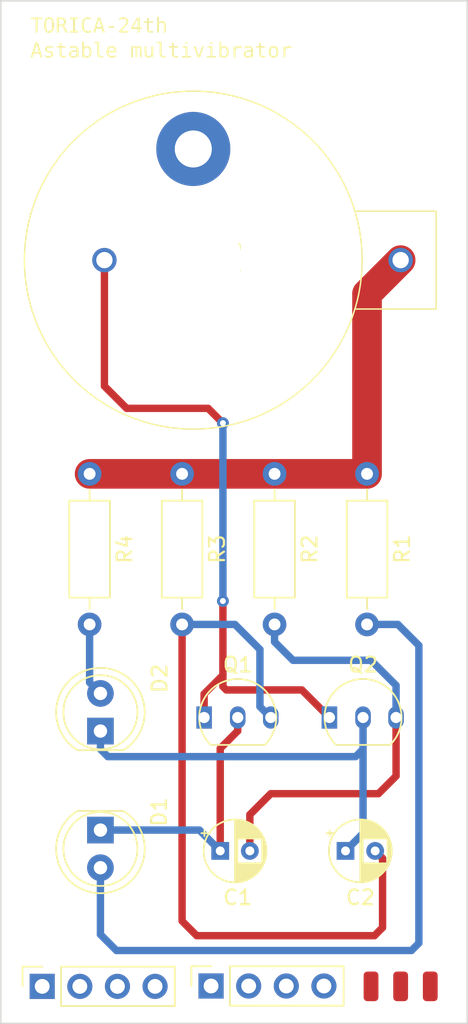
<source format=kicad_pcb>
(kicad_pcb (version 20241229) (generator "pcbnew") (generator_version "9.0")
  (layers (0 "F.Cu" signal) (2 "B.Cu" signal) (13 "F.Paste" user) (15 "B.Paste" user) (5 "F.SilkS" user "F.Silkscreen") (7 "B.SilkS" user "B.Silkscreen") (1 "F.Mask" user) (3 "B.Mask" user) (25 "Edge.Cuts" user))
  (net 0 "")
  (net 1 "+3V0")
  (net 2 "GND")
  (net 3 "Net-(D1-K)")
  (net 4 "Net-(Q1-B)")
  (net 5 "Net-(D2-K)")
  (net 6 "Net-(Q2-B)")
  (net 7 "Net-(D1-A)")
  (net 8 "Net-(D2-A)")
  (footprint "Connector_Wire:SolderWirePad_1x01_SMD_1x2mm" (layer "F.Cu") (at 76.5 86.5 180)
    (property "Reference" "REF**" (hide yes))
    (property "Value" "SolderWirePad_1x01_SMD_1x2mm" (hide yes))
    (pad "1" smd roundrect (at 0 0 180) (size 1 2) (layers "F.Cu" "F.Mask" "F.Paste"))
  )
  (footprint "Package_TO_SOT_THT:TO-92_Inline" (layer "F.Cu") (at 72.69125 68.36)
    (property "Reference" "Q2" (at 1.27 -3.56 0) (layer "F.SilkS"))
    (property "Value" "2SC1815" (hide yes))
    (fp_line (start -0.53 1.85) (end 3.07 1.85) (stroke (width 0.12)) (layer "F.SilkS"))
    (fp_arc (start -0.568478 1.838478) (mid -1.132087 -0.994977) (end 1.27 -2.6) (stroke (width 0.12)) (layer "F.SilkS"))
    (fp_arc (start 1.27 -2.6) (mid 3.672087 -0.994977) (end 3.108478 1.838478) (stroke (width 0.12)) (layer "F.SilkS"))
    (pad "1" thru_hole rect (at -1 0) (size 1.05 1.5) (drill 0.75) (layers "*.Cu" "*.Mask") (net 2 "GND"))
    (pad "2" thru_hole oval (at 1.27 0) (size 1.05 1.5) (drill 0.75) (layers "*.Cu" "*.Mask") (net 5 "Net-(D2-K)"))
    (pad "3" thru_hole oval (at 3.5 0) (size 1.05 1.5) (drill 0.75) (layers "*.Cu" "*.Mask") (net 6 "Net-(Q2-B)"))
  )
  (footprint "Connector_Wire:SolderWirePad_1x01_SMD_1x2mm" (layer "F.Cu") (at 74.5 86.5 180)
    (property "Reference" "REF**" (hide yes))
    (property "Value" "SolderWirePad_1x01_SMD_1x2mm" (hide yes))
    (pad "1" smd roundrect (at 0 0 180) (size 1 2) (layers "F.Cu" "F.Mask" "F.Paste"))
  )
  (footprint "LED_THT:LED_D5.0mm" (layer "F.Cu") (at 56.23125 75.955 -90)
    (property "Reference" "D1" (at -1.225 -3.96 90) (layer "F.SilkS"))
    (property "Value" "LED" (hide yes))
    (fp_line (start -1.29 -1.545) (end -1.29 1.545) (stroke (width 0.12)) (layer "F.SilkS"))
    (fp_arc (start 4.26 -0.000462) (mid 2.072002 2.880433) (end -1.29 1.54483) (stroke (width 0.12)) (layer "F.SilkS"))
    (fp_arc (start -1.29 -1.54483) (mid 2.072002 -2.880433) (end 4.26 0.000462) (stroke (width 0.12)) (layer "F.SilkS"))
    (fp_circle (center 1.27 0) (end 3.77 0) (stroke (width 0.12)) (fill no) (layer "F.SilkS"))
    (pad "1" thru_hole rect (at 0 0 270) (size 1.8 1.8) (drill 0.9) (layers "*.Cu" "*.Mask") (net 3 "Net-(D1-K)"))
    (pad "2" thru_hole circle (at 2.54 0 270) (size 1.8 1.8) (drill 0.9) (layers "*.Cu" "*.Mask") (net 7 "Net-(D1-A)"))
  )
  (footprint "Connector_Wire:SolderWirePad_1x01_SMD_1x2mm" (layer "F.Cu") (at 78.5 86.5 180)
    (property "Reference" "REF**" (hide yes))
    (property "Value" "SolderWirePad_1x01_SMD_1x2mm" (hide yes))
    (pad "1" smd roundrect (at 0 0 180) (size 1 2) (layers "F.Cu" "F.Mask" "F.Paste"))
  )
  (footprint "Resistor_THT:R_Axial_DIN0207_L6.3mm_D2.5mm_P10.16mm_Horizontal" (layer "F.Cu") (at 74.23125 51.92 -90)
    (property "Reference" "R1" (at 5.08 -2.37 90) (layer "F.SilkS"))
    (property "Value" "R")
    (fp_line (start 1.81 1.37) (end 8.35 1.37) (stroke (width 0.12)) (layer "F.SilkS"))
    (fp_line (start 8.35 1.37) (end 8.35 -1.37) (stroke (width 0.12)) (layer "F.SilkS"))
    (fp_line (start 1.04 0) (end 1.81 0) (stroke (width 0.12)) (layer "F.SilkS"))
    (fp_line (start 9.12 0) (end 8.35 0) (stroke (width 0.12)) (layer "F.SilkS"))
    (fp_line (start 1.81 -1.37) (end 1.81 1.37) (stroke (width 0.12)) (layer "F.SilkS"))
    (fp_line (start 8.35 -1.37) (end 1.81 -1.37) (stroke (width 0.12)) (layer "F.SilkS"))
    (pad "1" thru_hole circle (at 0 0 270) (size 1.6 1.6) (drill 0.8) (layers "*.Cu" "*.Mask") (net 1 "+3V0"))
    (pad "2" thru_hole oval (at 10.16 0 270) (size 1.6 1.6) (drill 0.8) (layers "*.Cu" "*.Mask") (net 7 "Net-(D1-A)"))
  )
  (footprint "Package_TO_SOT_THT:TO-92_Inline" (layer "F.Cu") (at 64.23125 68.36)
    (property "Reference" "Q1" (at 1.27 -3.56 0) (layer "F.SilkS"))
    (property "Value" "2SC1815" (hide yes))
    (fp_line (start -0.53 1.85) (end 3.07 1.85) (stroke (width 0.12)) (layer "F.SilkS"))
    (fp_arc (start -0.568478 1.838478) (mid -1.132087 -0.994977) (end 1.27 -2.6) (stroke (width 0.12)) (layer "F.SilkS"))
    (fp_arc (start 1.27 -2.6) (mid 3.672087 -0.994977) (end 3.108478 1.838478) (stroke (width 0.12)) (layer "F.SilkS"))
    (pad "1" thru_hole rect (at -1 0) (size 1.05 1.5) (drill 0.75) (layers "*.Cu" "*.Mask") (net 2 "GND"))
    (pad "2" thru_hole oval (at 1.27 0) (size 1.05 1.5) (drill 0.75) (layers "*.Cu" "*.Mask") (net 3 "Net-(D1-K)"))
    (pad "3" thru_hole oval (at 3.5 0) (size 1.05 1.5) (drill 0.75) (layers "*.Cu" "*.Mask") (net 4 "Net-(Q1-B)"))
  )
  (footprint "Resistor_THT:R_Axial_DIN0207_L6.3mm_D2.5mm_P10.16mm_Horizontal" (layer "F.Cu") (at 61.74375 51.92 -90)
    (property "Reference" "R3" (at 5.08 -2.37 90) (layer "F.SilkS"))
    (property "Value" "R")
    (fp_line (start 1.81 1.37) (end 8.35 1.37) (stroke (width 0.12)) (layer "F.SilkS"))
    (fp_line (start 8.35 1.37) (end 8.35 -1.37) (stroke (width 0.12)) (layer "F.SilkS"))
    (fp_line (start 1.04 0) (end 1.81 0) (stroke (width 0.12)) (layer "F.SilkS"))
    (fp_line (start 9.12 0) (end 8.35 0) (stroke (width 0.12)) (layer "F.SilkS"))
    (fp_line (start 1.81 -1.37) (end 1.81 1.37) (stroke (width 0.12)) (layer "F.SilkS"))
    (fp_line (start 8.35 -1.37) (end 1.81 -1.37) (stroke (width 0.12)) (layer "F.SilkS"))
    (pad "1" thru_hole circle (at 0 0 270) (size 1.6 1.6) (drill 0.8) (layers "*.Cu" "*.Mask") (net 1 "+3V0"))
    (pad "2" thru_hole oval (at 10.16 0 270) (size 1.6 1.6) (drill 0.8) (layers "*.Cu" "*.Mask") (net 4 "Net-(Q1-B)"))
  )
  (footprint "Capacitor_THT:CP_Radial_D4.0mm_P2.00mm" (layer "F.Cu") (at 72.778871 77.36)
    (property "Reference" "C2" (at 1 3.14 0) (layer "F.SilkS"))
    (property "Value" "C_Polarized" (hide yes))
    (fp_line (start -1.269801 -1.195) (end -0.869801 -1.195) (stroke (width 0.12)) (layer "F.SilkS"))
    (fp_line (start -1.069801 -1.395) (end -1.069801 -0.995) (stroke (width 0.12)) (layer "F.SilkS"))
    (fp_line (start 1 -2.08) (end 1 2.08) (stroke (width 0.12)) (layer "F.SilkS"))
    (fp_line (start 1.04 -2.08) (end 1.04 2.08) (stroke (width 0.12)) (layer "F.SilkS"))
    (fp_line (start 1.08 -2.079) (end 1.08 2.079) (stroke (width 0.12)) (layer "F.SilkS"))
    (fp_line (start 1.12 -2.077) (end 1.12 2.077) (stroke (width 0.12)) (layer "F.SilkS"))
    (fp_line (start 1.16 -2.074) (end 1.16 2.074) (stroke (width 0.12)) (layer "F.SilkS"))
    (fp_line (start 1.2 -2.071) (end 1.2 -0.84) (stroke (width 0.12)) (layer "F.SilkS"))
    (fp_line (start 1.2 0.84) (end 1.2 2.071) (stroke (width 0.12)) (layer "F.SilkS"))
    (fp_line (start 1.24 -2.067) (end 1.24 -0.84) (stroke (width 0.12)) (layer "F.SilkS"))
    (fp_line (start 1.24 0.84) (end 1.24 2.067) (stroke (width 0.12)) (layer "F.SilkS"))
    (fp_line (start 1.28 -2.062) (end 1.28 -0.84) (stroke (width 0.12)) (layer "F.SilkS"))
    (fp_line (start 1.28 0.84) (end 1.28 2.062) (stroke (width 0.12)) (layer "F.SilkS"))
    (fp_line (start 1.32 -2.056) (end 1.32 -0.84) (stroke (width 0.12)) (layer "F.SilkS"))
    (fp_line (start 1.32 0.84) (end 1.32 2.056) (stroke (width 0.12)) (layer "F.SilkS"))
    (fp_line (start 1.36 -2.05) (end 1.36 -0.84) (stroke (width 0.12)) (layer "F.SilkS"))
    (fp_line (start 1.36 0.84) (end 1.36 2.05) (stroke (width 0.12)) (layer "F.SilkS"))
    (fp_line (start 1.4 -2.042) (end 1.4 -0.84) (stroke (width 0.12)) (layer "F.SilkS"))
    (fp_line (start 1.4 0.84) (end 1.4 2.042) (stroke (width 0.12)) (layer "F.SilkS"))
    (fp_line (start 1.44 -2.034) (end 1.44 -0.84) (stroke (width 0.12)) (layer "F.SilkS"))
    (fp_line (start 1.44 0.84) (end 1.44 2.034) (stroke (width 0.12)) (layer "F.SilkS"))
    (fp_line (start 1.48 -2.025) (end 1.48 -0.84) (stroke (width 0.12)) (layer "F.SilkS"))
    (fp_line (start 1.48 0.84) (end 1.48 2.025) (stroke (width 0.12)) (layer "F.SilkS"))
    (fp_line (start 1.52 -2.016) (end 1.52 -0.84) (stroke (width 0.12)) (layer "F.SilkS"))
    (fp_line (start 1.52 0.84) (end 1.52 2.016) (stroke (width 0.12)) (layer "F.SilkS"))
    (fp_line (start 1.56 -2.005) (end 1.56 -0.84) (stroke (width 0.12)) (layer "F.SilkS"))
    (fp_line (start 1.56 0.84) (end 1.56 2.005) (stroke (width 0.12)) (layer "F.SilkS"))
    (fp_line (start 1.6 -1.994) (end 1.6 -0.84) (stroke (width 0.12)) (layer "F.SilkS"))
    (fp_line (start 1.6 0.84) (end 1.6 1.994) (stroke (width 0.12)) (layer "F.SilkS"))
    (fp_line (start 1.64 -1.982) (end 1.64 -0.84) (stroke (width 0.12)) (layer "F.SilkS"))
    (fp_line (start 1.64 0.84) (end 1.64 1.982) (stroke (width 0.12)) (layer "F.SilkS"))
    (fp_line (start 1.68 -1.968) (end 1.68 -0.84) (stroke (width 0.12)) (layer "F.SilkS"))
    (fp_line (start 1.68 0.84) (end 1.68 1.968) (stroke (width 0.12)) (layer "F.SilkS"))
    (fp_line (start 1.721 -1.954) (end 1.721 -0.84) (stroke (width 0.12)) (layer "F.SilkS"))
    (fp_line (start 1.721 0.84) (end 1.721 1.954) (stroke (width 0.12)) (layer "F.SilkS"))
    (fp_line (start 1.761 -1.94) (end 1.761 -0.84) (stroke (width 0.12)) (layer "F.SilkS"))
    (fp_line (start 1.761 0.84) (end 1.761 1.94) (stroke (width 0.12)) (layer "F.SilkS"))
    (fp_line (start 1.801 -1.924) (end 1.801 -0.84) (stroke (width 0.12)) (layer "F.SilkS"))
    (fp_line (start 1.801 0.84) (end 1.801 1.924) (stroke (width 0.12)) (layer "F.SilkS"))
    (fp_line (start 1.841 -1.907) (end 1.841 -0.84) (stroke (width 0.12)) (layer "F.SilkS"))
    (fp_line (start 1.841 0.84) (end 1.841 1.907) (stroke (width 0.12)) (layer "F.SilkS"))
    (fp_line (start 1.881 -1.889) (end 1.881 -0.84) (stroke (width 0.12)) (layer "F.SilkS"))
    (fp_line (start 1.881 0.84) (end 1.881 1.889) (stroke (width 0.12)) (layer "F.SilkS"))
    (fp_line (start 1.921 -1.87) (end 1.921 -0.84) (stroke (width 0.12)) (layer "F.SilkS"))
    (fp_line (start 1.921 0.84) (end 1.921 1.87) (stroke (width 0.12)) (layer "F.SilkS"))
    (fp_line (start 1.961 -1.851) (end 1.961 -0.84) (stroke (width 0.12)) (layer "F.SilkS"))
    (fp_line (start 1.961 0.84) (end 1.961 1.851) (stroke (width 0.12)) (layer "F.SilkS"))
    (fp_line (start 2.001 -1.83) (end 2.001 -0.84) (stroke (width 0.12)) (layer "F.SilkS"))
    (fp_line (start 2.001 0.84) (end 2.001 1.83) (stroke (width 0.12)) (layer "F.SilkS"))
    (fp_line (start 2.041 -1.808) (end 2.041 -0.84) (stroke (width 0.12)) (layer "F.SilkS"))
    (fp_line (start 2.041 0.84) (end 2.041 1.808) (stroke (width 0.12)) (layer "F.SilkS"))
    (fp_line (start 2.081 -1.785) (end 2.081 -0.84) (stroke (width 0.12)) (layer "F.SilkS"))
    (fp_line (start 2.081 0.84) (end 2.081 1.785) (stroke (width 0.12)) (layer "F.SilkS"))
    (fp_line (start 2.121 -1.76) (end 2.121 -0.84) (stroke (width 0.12)) (layer "F.SilkS"))
    (fp_line (start 2.121 0.84) (end 2.121 1.76) (stroke (width 0.12)) (layer "F.SilkS"))
    (fp_line (start 2.161 -1.735) (end 2.161 -0.84) (stroke (width 0.12)) (layer "F.SilkS"))
    (fp_line (start 2.161 0.84) (end 2.161 1.735) (stroke (width 0.12)) (layer "F.SilkS"))
    (fp_line (start 2.201 -1.708) (end 2.201 -0.84) (stroke (width 0.12)) (layer "F.SilkS"))
    (fp_line (start 2.201 0.84) (end 2.201 1.708) (stroke (width 0.12)) (layer "F.SilkS"))
    (fp_line (start 2.241 -1.68) (end 2.241 -0.84) (stroke (width 0.12)) (layer "F.SilkS"))
    (fp_line (start 2.241 0.84) (end 2.241 1.68) (stroke (width 0.12)) (layer "F.SilkS"))
    (fp_line (start 2.281 -1.65) (end 2.281 -0.84) (stroke (width 0.12)) (layer "F.SilkS"))
    (fp_line (start 2.281 0.84) (end 2.281 1.65) (stroke (width 0.12)) (layer "F.SilkS"))
    (fp_line (start 2.321 -1.619) (end 2.321 -0.84) (stroke (width 0.12)) (layer "F.SilkS"))
    (fp_line (start 2.321 0.84) (end 2.321 1.619) (stroke (width 0.12)) (layer "F.SilkS"))
    (fp_line (start 2.361 -1.587) (end 2.361 -0.84) (stroke (width 0.12)) (layer "F.SilkS"))
    (fp_line (start 2.361 0.84) (end 2.361 1.587) (stroke (width 0.12)) (layer "F.SilkS"))
    (fp_line (start 2.401 -1.552) (end 2.401 -0.84) (stroke (width 0.12)) (layer "F.SilkS"))
    (fp_line (start 2.401 0.84) (end 2.401 1.552) (stroke (width 0.12)) (layer "F.SilkS"))
    (fp_line (start 2.441 -1.516) (end 2.441 -0.84) (stroke (width 0.12)) (layer "F.SilkS"))
    (fp_line (start 2.441 0.84) (end 2.441 1.516) (stroke (width 0.12)) (layer "F.SilkS"))
    (fp_line (start 2.481 -1.478) (end 2.481 -0.84) (stroke (width 0.12)) (layer "F.SilkS"))
    (fp_line (start 2.481 0.84) (end 2.481 1.478) (stroke (width 0.12)) (layer "F.SilkS"))
    (fp_line (start 2.521 -1.438) (end 2.521 -0.84) (stroke (width 0.12)) (layer "F.SilkS"))
    (fp_line (start 2.521 0.84) (end 2.521 1.438) (stroke (width 0.12)) (layer "F.SilkS"))
    (fp_line (start 2.561 -1.396) (end 2.561 -0.84) (stroke (width 0.12)) (layer "F.SilkS"))
    (fp_line (start 2.561 0.84) (end 2.561 1.396) (stroke (width 0.12)) (layer "F.SilkS"))
    (fp_line (start 2.601 -1.351) (end 2.601 -0.84) (stroke (width 0.12)) (layer "F.SilkS"))
    (fp_line (start 2.601 0.84) (end 2.601 1.351) (stroke (width 0.12)) (layer "F.SilkS"))
    (fp_line (start 2.641 -1.304) (end 2.641 -0.84) (stroke (width 0.12)) (layer "F.SilkS"))
    (fp_line (start 2.641 0.84) (end 2.641 1.304) (stroke (width 0.12)) (layer "F.SilkS"))
    (fp_line (start 2.681 -1.254) (end 2.681 -0.84) (stroke (width 0.12)) (layer "F.SilkS"))
    (fp_line (start 2.681 0.84) (end 2.681 1.254) (stroke (width 0.12)) (layer "F.SilkS"))
    (fp_line (start 2.721 -1.2) (end 2.721 -0.84) (stroke (width 0.12)) (layer "F.SilkS"))
    (fp_line (start 2.721 0.84) (end 2.721 1.2) (stroke (width 0.12)) (layer "F.SilkS"))
    (fp_line (start 2.761 -1.142) (end 2.761 -0.84) (stroke (width 0.12)) (layer "F.SilkS"))
    (fp_line (start 2.761 0.84) (end 2.761 1.142) (stroke (width 0.12)) (layer "F.SilkS"))
    (fp_line (start 2.801 -1.08) (end 2.801 -0.84) (stroke (width 0.12)) (layer "F.SilkS"))
    (fp_line (start 2.801 0.84) (end 2.801 1.08) (stroke (width 0.12)) (layer "F.SilkS"))
    (fp_line (start 2.841 -1.013) (end 2.841 1.013) (stroke (width 0.12)) (layer "F.SilkS"))
    (fp_line (start 2.881 -0.94) (end 2.881 0.94) (stroke (width 0.12)) (layer "F.SilkS"))
    (fp_line (start 2.921 -0.859) (end 2.921 0.859) (stroke (width 0.12)) (layer "F.SilkS"))
    (fp_line (start 2.961 -0.768) (end 2.961 0.768) (stroke (width 0.12)) (layer "F.SilkS"))
    (fp_line (start 3.001 -0.664) (end 3.001 0.664) (stroke (width 0.12)) (layer "F.SilkS"))
    (fp_line (start 3.041 -0.537) (end 3.041 0.537) (stroke (width 0.12)) (layer "F.SilkS"))
    (fp_line (start 3.081 -0.37) (end 3.081 0.37) (stroke (width 0.12)) (layer "F.SilkS"))
    (fp_circle (center 1 0) (end 3.12 0) (stroke (width 0.12)) (fill no) (layer "F.SilkS"))
    (pad "1" thru_hole rect (at 0 0) (size 1.2 1.2) (drill 0.6) (layers "*.Cu" "*.Mask") (net 5 "Net-(D2-K)"))
    (pad "2" thru_hole circle (at 2 0) (size 1.2 1.2) (drill 0.6) (layers "*.Cu" "*.Mask") (net 4 "Net-(Q1-B)"))
  )
  (footprint "CH25-2032LF:CH252032LF" (layer "F.Cu") (at 56.5 37.5 90)
    (property "Reference" "U1" (at 0 8.5 90) (layer "F.SilkS") (effects (font (size 1.27 1.27) (thickness 0.254))))
    (property "Value" "CH25-2032LF" (hide yes))
    (fp_line (start 11.4 6) (end 11.4 6) (stroke (width 0.1)) (layer "F.SilkS"))
    (fp_line (start -11.4 6) (end -11.4 6) (stroke (width 0.1)) (layer "F.SilkS"))
    (fp_line (start -3.3 16.9) (end -3.3 22.4) (stroke (width 0.1)) (layer "F.SilkS"))
    (fp_line (start 3.3 22.4) (end 3.3 16.9) (stroke (width 0.1)) (layer "F.SilkS"))
    (fp_line (start -3.3 22.4) (end 3.3 22.4) (stroke (width 0.1)) (layer "F.SilkS"))
    (fp_arc (start 11.4 6) (mid 0 17.4) (end -11.4 6) (stroke (width 0.1)) (layer "F.SilkS"))
    (fp_arc (start -11.4 6) (mid 0 -5.4) (end 11.4 6) (stroke (width 0.1)) (layer "F.SilkS"))
    (pad "" np_thru_hole circle (at 0 6 90) (size 6.5 6.5) (drill 6.5) (layers "*.Cu" "*.Mask"))
    (pad "1" thru_hole circle (at 0 0 90) (size 1.65 1.65) (drill 1.1) (layers "*.Cu" "*.Mask") (net 2 "GND"))
    (pad "2" thru_hole circle (at 0 20 90) (size 1.65 1.65) (drill 1.1) (layers "*.Cu" "*.Mask") (net 1 "+3V0"))
  )
  (footprint "LED_THT:LED_D5.0mm" (layer "F.Cu") (at 56.23125 69.275 90)
    (property "Reference" "D2" (at 3.545 4 90) (layer "F.SilkS"))
    (property "Value" "LED" (hide yes))
    (fp_line (start -1.29 -1.545) (end -1.29 1.545) (stroke (width 0.12)) (layer "F.SilkS"))
    (fp_arc (start -1.29 -1.54483) (mid 2.072002 -2.880433) (end 4.26 0.000462) (stroke (width 0.12)) (layer "F.SilkS"))
    (fp_arc (start 4.26 -0.000462) (mid 2.072002 2.880433) (end -1.29 1.54483) (stroke (width 0.12)) (layer "F.SilkS"))
    (fp_circle (center 1.27 0) (end 3.77 0) (stroke (width 0.12)) (fill no) (layer "F.SilkS"))
    (pad "1" thru_hole rect (at 0 0 90) (size 1.8 1.8) (drill 0.9) (layers "*.Cu" "*.Mask") (net 5 "Net-(D2-K)"))
    (pad "2" thru_hole circle (at 2.54 0 90) (size 1.8 1.8) (drill 0.9) (layers "*.Cu" "*.Mask") (net 8 "Net-(D2-A)"))
  )
  (footprint "MountingHole:MountingHole_3.2mm_M3" (layer "F.Cu") (at 75.5 24.5)
    (property "Reference" "REF**" (hide yes))
    (property "Value" "MountingHole_3.2mm_M3" (hide yes))
    (pad "" np_thru_hole circle (at 0 0) (size 3.2 3.2) (drill 3.2) (layers "*.Cu" "*.Mask"))
  )
  (footprint "Capacitor_THT:CP_Radial_D4.0mm_P2.00mm" (layer "F.Cu") (at 64.318871 77.36)
    (property "Reference" "C1" (at 1.181129 3.14 0) (layer "F.SilkS"))
    (property "Value" "C_Polarized" (hide yes))
    (fp_line (start -1.269801 -1.195) (end -0.869801 -1.195) (stroke (width 0.12)) (layer "F.SilkS"))
    (fp_line (start -1.069801 -1.395) (end -1.069801 -0.995) (stroke (width 0.12)) (layer "F.SilkS"))
    (fp_line (start 1 -2.08) (end 1 2.08) (stroke (width 0.12)) (layer "F.SilkS"))
    (fp_line (start 1.04 -2.08) (end 1.04 2.08) (stroke (width 0.12)) (layer "F.SilkS"))
    (fp_line (start 1.08 -2.079) (end 1.08 2.079) (stroke (width 0.12)) (layer "F.SilkS"))
    (fp_line (start 1.12 -2.077) (end 1.12 2.077) (stroke (width 0.12)) (layer "F.SilkS"))
    (fp_line (start 1.16 -2.074) (end 1.16 2.074) (stroke (width 0.12)) (layer "F.SilkS"))
    (fp_line (start 1.2 -2.071) (end 1.2 -0.84) (stroke (width 0.12)) (layer "F.SilkS"))
    (fp_line (start 1.2 0.84) (end 1.2 2.071) (stroke (width 0.12)) (layer "F.SilkS"))
    (fp_line (start 1.24 -2.067) (end 1.24 -0.84) (stroke (width 0.12)) (layer "F.SilkS"))
    (fp_line (start 1.24 0.84) (end 1.24 2.067) (stroke (width 0.12)) (layer "F.SilkS"))
    (fp_line (start 1.28 -2.062) (end 1.28 -0.84) (stroke (width 0.12)) (layer "F.SilkS"))
    (fp_line (start 1.28 0.84) (end 1.28 2.062) (stroke (width 0.12)) (layer "F.SilkS"))
    (fp_line (start 1.32 -2.056) (end 1.32 -0.84) (stroke (width 0.12)) (layer "F.SilkS"))
    (fp_line (start 1.32 0.84) (end 1.32 2.056) (stroke (width 0.12)) (layer "F.SilkS"))
    (fp_line (start 1.36 -2.05) (end 1.36 -0.84) (stroke (width 0.12)) (layer "F.SilkS"))
    (fp_line (start 1.36 0.84) (end 1.36 2.05) (stroke (width 0.12)) (layer "F.SilkS"))
    (fp_line (start 1.4 -2.042) (end 1.4 -0.84) (stroke (width 0.12)) (layer "F.SilkS"))
    (fp_line (start 1.4 0.84) (end 1.4 2.042) (stroke (width 0.12)) (layer "F.SilkS"))
    (fp_line (start 1.44 -2.034) (end 1.44 -0.84) (stroke (width 0.12)) (layer "F.SilkS"))
    (fp_line (start 1.44 0.84) (end 1.44 2.034) (stroke (width 0.12)) (layer "F.SilkS"))
    (fp_line (start 1.48 -2.025) (end 1.48 -0.84) (stroke (width 0.12)) (layer "F.SilkS"))
    (fp_line (start 1.48 0.84) (end 1.48 2.025) (stroke (width 0.12)) (layer "F.SilkS"))
    (fp_line (start 1.52 -2.016) (end 1.52 -0.84) (stroke (width 0.12)) (layer "F.SilkS"))
    (fp_line (start 1.52 0.84) (end 1.52 2.016) (stroke (width 0.12)) (layer "F.SilkS"))
    (fp_line (start 1.56 -2.005) (end 1.56 -0.84) (stroke (width 0.12)) (layer "F.SilkS"))
    (fp_line (start 1.56 0.84) (end 1.56 2.005) (stroke (width 0.12)) (layer "F.SilkS"))
    (fp_line (start 1.6 -1.994) (end 1.6 -0.84) (stroke (width 0.12)) (layer "F.SilkS"))
    (fp_line (start 1.6 0.84) (end 1.6 1.994) (stroke (width 0.12)) (layer "F.SilkS"))
    (fp_line (start 1.64 -1.982) (end 1.64 -0.84) (stroke (width 0.12)) (layer "F.SilkS"))
    (fp_line (start 1.64 0.84) (end 1.64 1.982) (stroke (width 0.12)) (layer "F.SilkS"))
    (fp_line (start 1.68 -1.968) (end 1.68 -0.84) (stroke (width 0.12)) (layer "F.SilkS"))
    (fp_line (start 1.68 0.84) (end 1.68 1.968) (stroke (width 0.12)) (layer "F.SilkS"))
    (fp_line (start 1.721 -1.954) (end 1.721 -0.84) (stroke (width 0.12)) (layer "F.SilkS"))
    (fp_line (start 1.721 0.84) (end 1.721 1.954) (stroke (width 0.12)) (layer "F.SilkS"))
    (fp_line (start 1.761 -1.94) (end 1.761 -0.84) (stroke (width 0.12)) (layer "F.SilkS"))
    (fp_line (start 1.761 0.84) (end 1.761 1.94) (stroke (width 0.12)) (layer "F.SilkS"))
    (fp_line (start 1.801 -1.924) (end 1.801 -0.84) (stroke (width 0.12)) (layer "F.SilkS"))
    (fp_line (start 1.801 0.84) (end 1.801 1.924) (stroke (width 0.12)) (layer "F.SilkS"))
    (fp_line (start 1.841 -1.907) (end 1.841 -0.84) (stroke (width 0.12)) (layer "F.SilkS"))
    (fp_line (start 1.841 0.84) (end 1.841 1.907) (stroke (width 0.12)) (layer "F.SilkS"))
    (fp_line (start 1.881 -1.889) (end 1.881 -0.84) (stroke (width 0.12)) (layer "F.SilkS"))
    (fp_line (start 1.881 0.84) (end 1.881 1.889) (stroke (width 0.12)) (layer "F.SilkS"))
    (fp_line (start 1.921 -1.87) (end 1.921 -0.84) (stroke (width 0.12)) (layer "F.SilkS"))
    (fp_line (start 1.921 0.84) (end 1.921 1.87) (stroke (width 0.12)) (layer "F.SilkS"))
    (fp_line (start 1.961 -1.851) (end 1.961 -0.84) (stroke (width 0.12)) (layer "F.SilkS"))
    (fp_line (start 1.961 0.84) (end 1.961 1.851) (stroke (width 0.12)) (layer "F.SilkS"))
    (fp_line (start 2.001 -1.83) (end 2.001 -0.84) (stroke (width 0.12)) (layer "F.SilkS"))
    (fp_line (start 2.001 0.84) (end 2.001 1.83) (stroke (width 0.12)) (layer "F.SilkS"))
    (fp_line (start 2.041 -1.808) (end 2.041 -0.84) (stroke (width 0.12)) (layer "F.SilkS"))
    (fp_line (start 2.041 0.84) (end 2.041 1.808) (stroke (width 0.12)) (layer "F.SilkS"))
    (fp_line (start 2.081 -1.785) (end 2.081 -0.84) (stroke (width 0.12)) (layer "F.SilkS"))
    (fp_line (start 2.081 0.84) (end 2.081 1.785) (stroke (width 0.12)) (layer "F.SilkS"))
    (fp_line (start 2.121 -1.76) (end 2.121 -0.84) (stroke (width 0.12)) (layer "F.SilkS"))
    (fp_line (start 2.121 0.84) (end 2.121 1.76) (stroke (width 0.12)) (layer "F.SilkS"))
    (fp_line (start 2.161 -1.735) (end 2.161 -0.84) (stroke (width 0.12)) (layer "F.SilkS"))
    (fp_line (start 2.161 0.84) (end 2.161 1.735) (stroke (width 0.12)) (layer "F.SilkS"))
    (fp_line (start 2.201 -1.708) (end 2.201 -0.84) (stroke (width 0.12)) (layer "F.SilkS"))
    (fp_line (start 2.201 0.84) (end 2.201 1.708) (stroke (width 0.12)) (layer "F.SilkS"))
    (fp_line (start 2.241 -1.68) (end 2.241 -0.84) (stroke (width 0.12)) (layer "F.SilkS"))
    (fp_line (start 2.241 0.84) (end 2.241 1.68) (stroke (width 0.12)) (layer "F.SilkS"))
    (fp_line (start 2.281 -1.65) (end 2.281 -0.84) (stroke (width 0.12)) (layer "F.SilkS"))
    (fp_line (start 2.281 0.84) (end 2.281 1.65) (stroke (width 0.12)) (layer "F.SilkS"))
    (fp_line (start 2.321 -1.619) (end 2.321 -0.84) (stroke (width 0.12)) (layer "F.SilkS"))
    (fp_line (start 2.321 0.84) (end 2.321 1.619) (stroke (width 0.12)) (layer "F.SilkS"))
    (fp_line (start 2.361 -1.587) (end 2.361 -0.84) (stroke (width 0.12)) (layer "F.SilkS"))
    (fp_line (start 2.361 0.84) (end 2.361 1.587) (stroke (width 0.12)) (layer "F.SilkS"))
    (fp_line (start 2.401 -1.552) (end 2.401 -0.84) (stroke (width 0.12)) (layer "F.SilkS"))
    (fp_line (start 2.401 0.84) (end 2.401 1.552) (stroke (width 0.12)) (layer "F.SilkS"))
    (fp_line (start 2.441 -1.516) (end 2.441 -0.84) (stroke (width 0.12)) (layer "F.SilkS"))
    (fp_line (start 2.441 0.84) (end 2.441 1.516) (stroke (width 0.12)) (layer "F.SilkS"))
    (fp_line (start 2.481 -1.478) (end 2.481 -0.84) (stroke (width 0.12)) (layer "F.SilkS"))
    (fp_line (start 2.481 0.84) (end 2.481 1.478) (stroke (width 0.12)) (layer "F.SilkS"))
    (fp_line (start 2.521 -1.438) (end 2.521 -0.84) (stroke (width 0.12)) (layer "F.SilkS"))
    (fp_line (start 2.521 0.84) (end 2.521 1.438) (stroke (width 0.12)) (layer "F.SilkS"))
    (fp_line (start 2.561 -1.396) (end 2.561 -0.84) (stroke (width 0.12)) (layer "F.SilkS"))
    (fp_line (start 2.561 0.84) (end 2.561 1.396) (stroke (width 0.12)) (layer "F.SilkS"))
    (fp_line (start 2.601 -1.351) (end 2.601 -0.84) (stroke (width 0.12)) (layer "F.SilkS"))
    (fp_line (start 2.601 0.84) (end 2.601 1.351) (stroke (width 0.12)) (layer "F.SilkS"))
    (fp_line (start 2.641 -1.304) (end 2.641 -0.84) (stroke (width 0.12)) (layer "F.SilkS"))
    (fp_line (start 2.641 0.84) (end 2.641 1.304) (stroke (width 0.12)) (layer "F.SilkS"))
    (fp_line (start 2.681 -1.254) (end 2.681 -0.84) (stroke (width 0.12)) (layer "F.SilkS"))
    (fp_line (start 2.681 0.84) (end 2.681 1.254) (stroke (width 0.12)) (layer "F.SilkS"))
    (fp_line (start 2.721 -1.2) (end 2.721 -0.84) (stroke (width 0.12)) (layer "F.SilkS"))
    (fp_line (start 2.721 0.84) (end 2.721 1.2) (stroke (width 0.12)) (layer "F.SilkS"))
    (fp_line (start 2.761 -1.142) (end 2.761 -0.84) (stroke (width 0.12)) (layer "F.SilkS"))
    (fp_line (start 2.761 0.84) (end 2.761 1.142) (stroke (width 0.12)) (layer "F.SilkS"))
    (fp_line (start 2.801 -1.08) (end 2.801 -0.84) (stroke (width 0.12)) (layer "F.SilkS"))
    (fp_line (start 2.801 0.84) (end 2.801 1.08) (stroke (width 0.12)) (layer "F.SilkS"))
    (fp_line (start 2.841 -1.013) (end 2.841 1.013) (stroke (width 0.12)) (layer "F.SilkS"))
    (fp_line (start 2.881 -0.94) (end 2.881 0.94) (stroke (width 0.12)) (layer "F.SilkS"))
    (fp_line (start 2.921 -0.859) (end 2.921 0.859) (stroke (width 0.12)) (layer "F.SilkS"))
    (fp_line (start 2.961 -0.768) (end 2.961 0.768) (stroke (width 0.12)) (layer "F.SilkS"))
    (fp_line (start 3.001 -0.664) (end 3.001 0.664) (stroke (width 0.12)) (layer "F.SilkS"))
    (fp_line (start 3.041 -0.537) (end 3.041 0.537) (stroke (width 0.12)) (layer "F.SilkS"))
    (fp_line (start 3.081 -0.37) (end 3.081 0.37) (stroke (width 0.12)) (layer "F.SilkS"))
    (fp_circle (center 1 0) (end 3.12 0) (stroke (width 0.12)) (fill no) (layer "F.SilkS"))
    (pad "1" thru_hole rect (at 0 0) (size 1.2 1.2) (drill 0.6) (layers "*.Cu" "*.Mask") (net 3 "Net-(D1-K)"))
    (pad "2" thru_hole circle (at 2 0) (size 1.2 1.2) (drill 0.6) (layers "*.Cu" "*.Mask") (net 6 "Net-(Q2-B)"))
  )
  (footprint "Resistor_THT:R_Axial_DIN0207_L6.3mm_D2.5mm_P10.16mm_Horizontal" (layer "F.Cu") (at 67.9875 51.92 -90)
    (property "Reference" "R2" (at 5.08 -2.37 90) (layer "F.SilkS"))
    (property "Value" "R")
    (fp_line (start 1.81 1.37) (end 8.35 1.37) (stroke (width 0.12)) (layer "F.SilkS"))
    (fp_line (start 8.35 1.37) (end 8.35 -1.37) (stroke (width 0.12)) (layer "F.SilkS"))
    (fp_line (start 1.04 0) (end 1.81 0) (stroke (width 0.12)) (layer "F.SilkS"))
    (fp_line (start 9.12 0) (end 8.35 0) (stroke (width 0.12)) (layer "F.SilkS"))
    (fp_line (start 1.81 -1.37) (end 1.81 1.37) (stroke (width 0.12)) (layer "F.SilkS"))
    (fp_line (start 8.35 -1.37) (end 1.81 -1.37) (stroke (width 0.12)) (layer "F.SilkS"))
    (pad "1" thru_hole circle (at 0 0 270) (size 1.6 1.6) (drill 0.8) (layers "*.Cu" "*.Mask") (net 1 "+3V0"))
    (pad "2" thru_hole oval (at 10.16 0 270) (size 1.6 1.6) (drill 0.8) (layers "*.Cu" "*.Mask") (net 6 "Net-(Q2-B)"))
  )
  (footprint "Connector_PinSocket_2.54mm:PinSocket_1x04_P2.54mm_Vertical" (layer "F.Cu") (at 63.7 86.475 90)
    (property "Reference" "REF**" (hide yes))
    (property "Value" "PinSocket_1x04_P2.54mm_Vertical" (hide yes))
    (fp_line (start 1.33 -1.33) (end 1.33 0) (stroke (width 0.12)) (layer "F.SilkS"))
    (fp_line (start 0 -1.33) (end 1.33 -1.33) (stroke (width 0.12)) (layer "F.SilkS"))
    (fp_line (start 1.33 1.27) (end 1.33 8.95) (stroke (width 0.12)) (layer "F.SilkS"))
    (fp_line (start -1.33 1.27) (end 1.33 1.27) (stroke (width 0.12)) (layer "F.SilkS"))
    (fp_line (start -1.33 1.27) (end -1.33 8.95) (stroke (width 0.12)) (layer "F.SilkS"))
    (fp_line (start -1.33 8.95) (end 1.33 8.95) (stroke (width 0.12)) (layer "F.SilkS"))
    (pad "1" thru_hole rect (at 0 0 90) (size 1.7 1.7) (drill 1) (layers "*.Cu" "*.Mask"))
    (pad "2" thru_hole oval (at 0 2.54 90) (size 1.7 1.7) (drill 1) (layers "*.Cu" "*.Mask"))
    (pad "3" thru_hole oval (at 0 5.08 90) (size 1.7 1.7) (drill 1) (layers "*.Cu" "*.Mask"))
    (pad "4" thru_hole oval (at 0 7.62 90) (size 1.7 1.7) (drill 1) (layers "*.Cu" "*.Mask"))
  )
  (footprint "Connector_PinSocket_2.54mm:PinSocket_1x04_P2.54mm_Vertical" (layer "F.Cu") (at 52.3 86.5 90)
    (property "Reference" "REF**" (hide yes))
    (property "Value" "PinSocket_1x04_P2.54mm_Vertical" (hide yes))
    (fp_line (start 1.33 -1.33) (end 1.33 0) (stroke (width 0.12)) (layer "F.SilkS"))
    (fp_line (start 0 -1.33) (end 1.33 -1.33) (stroke (width 0.12)) (layer "F.SilkS"))
    (fp_line (start 1.33 1.27) (end 1.33 8.95) (stroke (width 0.12)) (layer "F.SilkS"))
    (fp_line (start -1.33 1.27) (end 1.33 1.27) (stroke (width 0.12)) (layer "F.SilkS"))
    (fp_line (start -1.33 1.27) (end -1.33 8.95) (stroke (width 0.12)) (layer "F.SilkS"))
    (fp_line (start -1.33 8.95) (end 1.33 8.95) (stroke (width 0.12)) (layer "F.SilkS"))
    (pad "1" thru_hole rect (at 0 0 90) (size 1.7 1.7) (drill 1) (layers "*.Cu" "*.Mask"))
    (pad "2" thru_hole oval (at 0 2.54 90) (size 1.7 1.7) (drill 1) (layers "*.Cu" "*.Mask"))
    (pad "3" thru_hole oval (at 0 5.08 90) (size 1.7 1.7) (drill 1) (layers "*.Cu" "*.Mask"))
    (pad "4" thru_hole oval (at 0 7.62 90) (size 1.7 1.7) (drill 1) (layers "*.Cu" "*.Mask"))
  )
  (footprint "Resistor_THT:R_Axial_DIN0207_L6.3mm_D2.5mm_P10.16mm_Horizontal" (layer "F.Cu") (at 55.5 51.92 -90)
    (property "Reference" "R4" (at 5.08 -2.37 90) (layer "F.SilkS"))
    (property "Value" "R")
    (fp_line (start 1.81 1.37) (end 8.35 1.37) (stroke (width 0.12)) (layer "F.SilkS"))
    (fp_line (start 8.35 1.37) (end 8.35 -1.37) (stroke (width 0.12)) (layer "F.SilkS"))
    (fp_line (start 1.04 0) (end 1.81 0) (stroke (width 0.12)) (layer "F.SilkS"))
    (fp_line (start 9.12 0) (end 8.35 0) (stroke (width 0.12)) (layer "F.SilkS"))
    (fp_line (start 1.81 -1.37) (end 1.81 1.37) (stroke (width 0.12)) (layer "F.SilkS"))
    (fp_line (start 8.35 -1.37) (end 1.81 -1.37) (stroke (width 0.12)) (layer "F.SilkS"))
    (pad "1" thru_hole circle (at 0 0 270) (size 1.6 1.6) (drill 0.8) (layers "*.Cu" "*.Mask") (net 1 "+3V0"))
    (pad "2" thru_hole oval (at 10.16 0 270) (size 1.6 1.6) (drill 0.8) (layers "*.Cu" "*.Mask") (net 8 "Net-(D2-A)"))
  )
  (gr_line (start 49.5 89) (end 81 89) (stroke (width 0.1)) (layer "Edge.Cuts"))
  (gr_line (start 81 89) (end 81 20) (stroke (width 0.1)) (layer "Edge.Cuts"))
  (gr_line (start 49.5 20) (end 49.5 89) (stroke (width 0.1)) (layer "Edge.Cuts"))
  (gr_line (start 81 20) (end 49.5 20) (stroke (width 0.1)) (layer "Edge.Cuts"))
  (gr_text "TORICA-24th\nAstable multivibrator" (at 51.5 24 0) (layer "F.SilkS") (effects (font (size 1 1)) (justify left bottom)))
  (segment (start 74.23125 39.76875) (end 76.5 37.5) (width 2) (layer "F.Cu") (net 1))
  (segment (start 74.23125 51.92) (end 74.23125 39.76875) (width 2) (layer "F.Cu") (net 1))
  (segment (start 55.5 51.92) (end 74.23125 51.92) (width 2) (layer "F.Cu") (net 1))
  (segment (start 64.5 65.5) (end 64.5 66.26875) (width 0.5) (layer "F.Cu") (net 2))
  (segment (start 58 47.5) (end 63.5 47.5) (width 0.5) (layer "F.Cu") (net 2))
  (segment (start 64.5 65.5) (end 63.23125 66.76875) (width 0.5) (layer "F.Cu") (net 2))
  (segment (start 64.5 66.26875) (end 64.73125 66.5) (width 0.5) (layer "F.Cu") (net 2))
  (segment (start 56.5 37.5) (end 56.5 46) (width 0.5) (layer "F.Cu") (net 2))
  (segment (start 69.83125 66.5) (end 71.69125 68.36) (width 0.5) (layer "F.Cu") (net 2))
  (segment (start 64.73125 66.5) (end 69.83125 66.5) (width 0.5) (layer "F.Cu") (net 2))
  (segment (start 56.5 46) (end 58 47.5) (width 0.5) (layer "F.Cu") (net 2))
  (segment (start 64.5 60.5) (end 64.5 65.5) (width 0.5) (layer "F.Cu") (net 2))
  (segment (start 63.5 47.5) (end 64.5 48.5) (width 0.5) (layer "F.Cu") (net 2))
  (segment (start 63.23125 66.76875) (end 63.23125 68.36) (width 0.5) (layer "F.Cu") (net 2))
  (via (at 64.5 60.5) (size 0.8) (drill 0.4) (layers "F.Cu" "B.Cu") (net 2))
  (via (at 64.5 48.5) (size 0.8) (drill 0.4) (layers "F.Cu" "B.Cu") (net 2))
  (via (at 62.5 30) (size 5) (drill 2.5) (layers "F.Cu" "B.Cu") (net 2))
  (segment (start 64.5 48.5) (end 64.5 60.5) (width 0.5) (layer "B.Cu") (net 2))
  (segment (start 65.50125 68.36) (end 65.50125 69.265) (width 0.5) (layer "F.Cu") (net 3))
  (segment (start 64.318871 70.447379) (end 64.318871 77.36) (width 0.5) (layer "F.Cu") (net 3))
  (segment (start 65.50125 69.265) (end 64.318871 70.447379) (width 0.5) (layer "F.Cu") (net 3))
  (segment (start 56.23125 75.955) (end 62.913871 75.955) (width 0.5) (layer "B.Cu") (net 3))
  (segment (start 62.913871 75.955) (end 64.318871 77.36) (width 0.5) (layer "B.Cu") (net 3))
  (segment (start 61.74375 62.08) (end 61.74375 82) (width 0.5) (layer "F.Cu") (net 4))
  (segment (start 75.278871 77.86) (end 74.778871 77.36) (width 0.5) (layer "F.Cu") (net 4))
  (segment (start 62.73125 83.08) (end 74.73125 83.08) (width 0.5) (layer "F.Cu") (net 4))
  (segment (start 61.74375 82.0925) (end 62.73125 83.08) (width 0.5) (layer "F.Cu") (net 4))
  (segment (start 75.278871 82.532379) (end 75.278871 77.86) (width 0.5) (layer "F.Cu") (net 4))
  (segment (start 74.73125 83.08) (end 75.278871 82.532379) (width 0.5) (layer "F.Cu") (net 4))
  (segment (start 67.73125 68.36) (end 67 67.62875) (width 0.5) (layer "B.Cu") (net 4))
  (segment (start 65.31125 62.08) (end 61.74375 62.08) (width 0.5) (layer "B.Cu") (net 4))
  (segment (start 67 63.76875) (end 65.31125 62.08) (width 0.5) (layer "B.Cu") (net 4))
  (segment (start 67 67.62875) (end 67 63.76875) (width 0.5) (layer "B.Cu") (net 4))
  (segment (start 56.73125 71) (end 73.46125 71) (width 0.5) (layer "B.Cu") (net 5))
  (segment (start 73.96125 70.5) (end 73.96125 76.177621) (width 0.5) (layer "B.Cu") (net 5))
  (segment (start 56.23125 69.275) (end 56.23125 70.5) (width 0.5) (layer "B.Cu") (net 5))
  (segment (start 73.46125 71) (end 73.96125 70.5) (width 0.5) (layer "B.Cu") (net 5))
  (segment (start 73.96125 76.177621) (end 72.778871 77.36) (width 0.5) (layer "B.Cu") (net 5))
  (segment (start 56.23125 70.5) (end 56.73125 71) (width 0.5) (layer "B.Cu") (net 5))
  (segment (start 73.96125 68.36) (end 73.96125 70.5) (width 0.5) (layer "B.Cu") (net 5))
  (segment (start 75 73.5) (end 76.19125 72.30875) (width 0.5) (layer "F.Cu") (net 6))
  (segment (start 76.19125 72.30875) (end 76.19125 68.36) (width 0.5) (layer "F.Cu") (net 6))
  (segment (start 66.318871 77.36) (end 66.318871 74.912379) (width 0.5) (layer "F.Cu") (net 6))
  (segment (start 66.318871 74.912379) (end 67.73125 73.5) (width 0.5) (layer "F.Cu") (net 6))
  (segment (start 67.73125 73.5) (end 75 73.5) (width 0.5) (layer "F.Cu") (net 6))
  (segment (start 76.19125 66.19125) (end 76.19125 68.36) (width 0.5) (layer "B.Cu") (net 6))
  (segment (start 67.9875 63.25625) (end 69.23125 64.5) (width 0.5) (layer "B.Cu") (net 6))
  (segment (start 67.9875 62.08) (end 67.9875 63.25625) (width 0.5) (layer "B.Cu") (net 6))
  (segment (start 69.23125 64.5) (end 74.5 64.5) (width 0.5) (layer "B.Cu") (net 6))
  (segment (start 74.5 64.5) (end 76.19125 66.19125) (width 0.5) (layer "B.Cu") (net 6))
  (segment (start 57.31125 84.08) (end 56.23125 83) (width 0.5) (layer "B.Cu") (net 7))
  (segment (start 74.23125 62.08) (end 76.31125 62.08) (width 0.5) (layer "B.Cu") (net 7))
  (segment (start 76.31125 62.08) (end 77.73125 63.5) (width 0.5) (layer "B.Cu") (net 7))
  (segment (start 77.73125 63.5) (end 77.73125 83.5) (width 0.5) (layer "B.Cu") (net 7))
  (segment (start 77.73125 83.58) (end 77.23125 84.08) (width 0.5) (layer "B.Cu") (net 7))
  (segment (start 56.23125 83) (end 56.23125 78.495) (width 0.5) (layer "B.Cu") (net 7))
  (segment (start 77.23125 84.08) (end 57.31125 84.08) (width 0.5) (layer "B.Cu") (net 7))
  (segment (start 55.5 66.00375) (end 56.23125 66.735) (width 0.5) (layer "B.Cu") (net 8))
  (segment (start 55.5 62.08) (end 55.5 66.00375) (width 0.5) (layer "B.Cu") (net 8))
)
</source>
